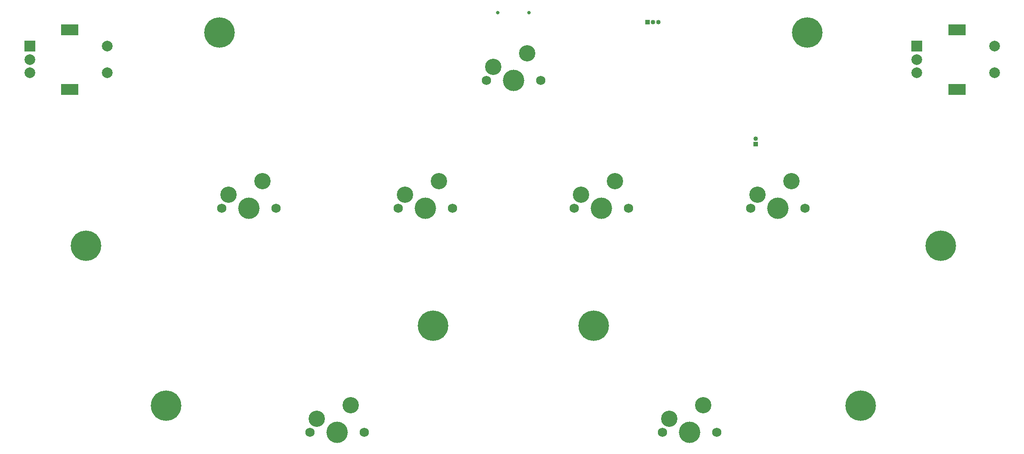
<source format=gbr>
%TF.GenerationSoftware,KiCad,Pcbnew,8.0.4*%
%TF.CreationDate,2024-07-23T20:21:53+08:00*%
%TF.ProjectId,PH-AC,50482d41-432e-46b6-9963-61645f706362,rev?*%
%TF.SameCoordinates,PX405f7e0PY328b740*%
%TF.FileFunction,Soldermask,Top*%
%TF.FilePolarity,Negative*%
%FSLAX46Y46*%
G04 Gerber Fmt 4.6, Leading zero omitted, Abs format (unit mm)*
G04 Created by KiCad (PCBNEW 8.0.4) date 2024-07-23 20:21:53*
%MOMM*%
%LPD*%
G01*
G04 APERTURE LIST*
%ADD10C,1.750000*%
%ADD11C,3.050000*%
%ADD12C,4.000000*%
%ADD13C,5.700000*%
%ADD14R,2.000000X2.000000*%
%ADD15C,2.000000*%
%ADD16R,3.200000X2.000000*%
%ADD17C,0.650000*%
%ADD18R,0.850000X0.850000*%
%ADD19O,0.850000X0.850000*%
G04 APERTURE END LIST*
D10*
%TO.C,SW4*%
X45420000Y-43000000D03*
D11*
X46690000Y-40460000D03*
D12*
X50500000Y-43000000D03*
D11*
X53040000Y-37920000D03*
D10*
X55580000Y-43000000D03*
%TD*%
D13*
%TO.C,H6*%
X165000000Y-80000000D03*
%TD*%
%TO.C,H4*%
X180000000Y-50000000D03*
%TD*%
D10*
%TO.C,SW9*%
X94920000Y-19000000D03*
D11*
X96190000Y-16460000D03*
D12*
X100000000Y-19000000D03*
D11*
X102540000Y-13920000D03*
D10*
X105080000Y-19000000D03*
%TD*%
D13*
%TO.C,H1*%
X45000000Y-10000000D03*
%TD*%
%TO.C,H2*%
X155000000Y-10000000D03*
%TD*%
D10*
%TO.C,SW7*%
X144420000Y-43000000D03*
D11*
X145690000Y-40460000D03*
D12*
X149500000Y-43000000D03*
D11*
X152040000Y-37920000D03*
D10*
X154580000Y-43000000D03*
%TD*%
%TO.C,SW5*%
X78420000Y-43000000D03*
D11*
X79690000Y-40460000D03*
D12*
X83500000Y-43000000D03*
D11*
X86040000Y-37920000D03*
D10*
X88580000Y-43000000D03*
%TD*%
%TO.C,SW8*%
X61920000Y-85000000D03*
D11*
X63190000Y-82460000D03*
D12*
X67000000Y-85000000D03*
D11*
X69540000Y-79920000D03*
D10*
X72080000Y-85000000D03*
%TD*%
D13*
%TO.C,H3*%
X20000000Y-50000000D03*
%TD*%
D10*
%TO.C,SW6*%
X111420000Y-43000000D03*
D11*
X112690000Y-40460000D03*
D12*
X116500000Y-43000000D03*
D11*
X119040000Y-37920000D03*
D10*
X121580000Y-43000000D03*
%TD*%
%TO.C,SW10*%
X127920000Y-85000000D03*
D11*
X129190000Y-82460000D03*
D12*
X133000000Y-85000000D03*
D11*
X135540000Y-79920000D03*
D10*
X138080000Y-85000000D03*
%TD*%
D14*
%TO.C,SW3*%
X175500000Y-12600000D03*
D15*
X175500000Y-17600000D03*
X175500000Y-15100000D03*
D16*
X183000000Y-9500000D03*
X183000000Y-20700000D03*
D15*
X190000000Y-17600000D03*
X190000000Y-12600000D03*
%TD*%
D14*
%TO.C,SW2*%
X9500000Y-12600000D03*
D15*
X9500000Y-17600000D03*
X9500000Y-15100000D03*
D16*
X17000000Y-9500000D03*
X17000000Y-20700000D03*
D15*
X24000000Y-17600000D03*
X24000000Y-12600000D03*
%TD*%
D13*
%TO.C,H5*%
X35000000Y-80000000D03*
%TD*%
%TO.C,H7*%
X85000000Y-65000000D03*
%TD*%
%TO.C,H8*%
X115000000Y-65000000D03*
%TD*%
D17*
%TO.C,J1*%
X97110000Y-6280000D03*
X102890000Y-6280000D03*
%TD*%
D18*
%TO.C,SW1*%
X145350000Y-30960000D03*
D19*
X145350000Y-29960000D03*
%TD*%
D18*
%TO.C,J2*%
X125100000Y-8100000D03*
D19*
X126100000Y-8100000D03*
X127100000Y-8100000D03*
%TD*%
M02*

</source>
